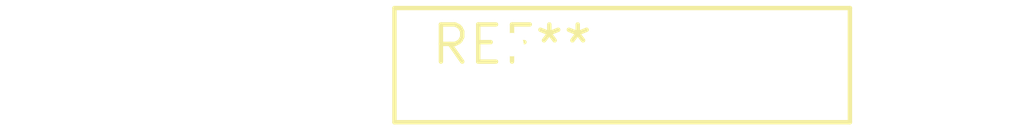
<source format=kicad_pcb>
(kicad_pcb (version 20240108) (generator pcbnew)
  (layers (0 "F.Cu" signal) (31 "B.Cu" signal) (34 "B.Paste" user) (35 "F.Paste" user) (36 "B.SilkS" user "B.Silkscreen") (37 "F.SilkS" user "F.Silkscreen") (38 "B.Mask" user) (39 "F.Mask" user) (44 "Edge.Cuts" user))
  (net 0 "")
  (footprint "RV_Disc_D15.5mm_W3.9mm_P7.5mm" (layer "F.Cu") (at 0 0)
    (property "Reference" "REF**")
    (property "Value" "RV_Disc_D15.5mm_W3.9mm_P7.5mm")
    (fp_line (start -4 -1.25) (end -4 2.65) (layer "F.SilkS") (stroke (width 0.15)))
    (fp_line (start -4 -1.25) (end 11.5 -1.25) (layer "F.SilkS") (stroke (width 0.15)))
    (fp_line (start -4 2.65) (end 11.5 2.65) (layer "F.SilkS") (stroke (width 0.15)))
    (fp_line (start 11.5 -1.25) (end 11.5 2.65) (layer "F.SilkS") (stroke (width 0.15)))
    (pad "1" thru_hole circle (at 0 0) (size 1.8 1.8) (drill 0.8) (layers *.Cu *.Mask) (remove_unused_layers))
    (pad "2" thru_hole circle (at 7.5 1.4) (size 1.8 1.8) (drill 0.8) (layers *.Cu *.Mask) (remove_unused_layers))
  )
)
</source>
